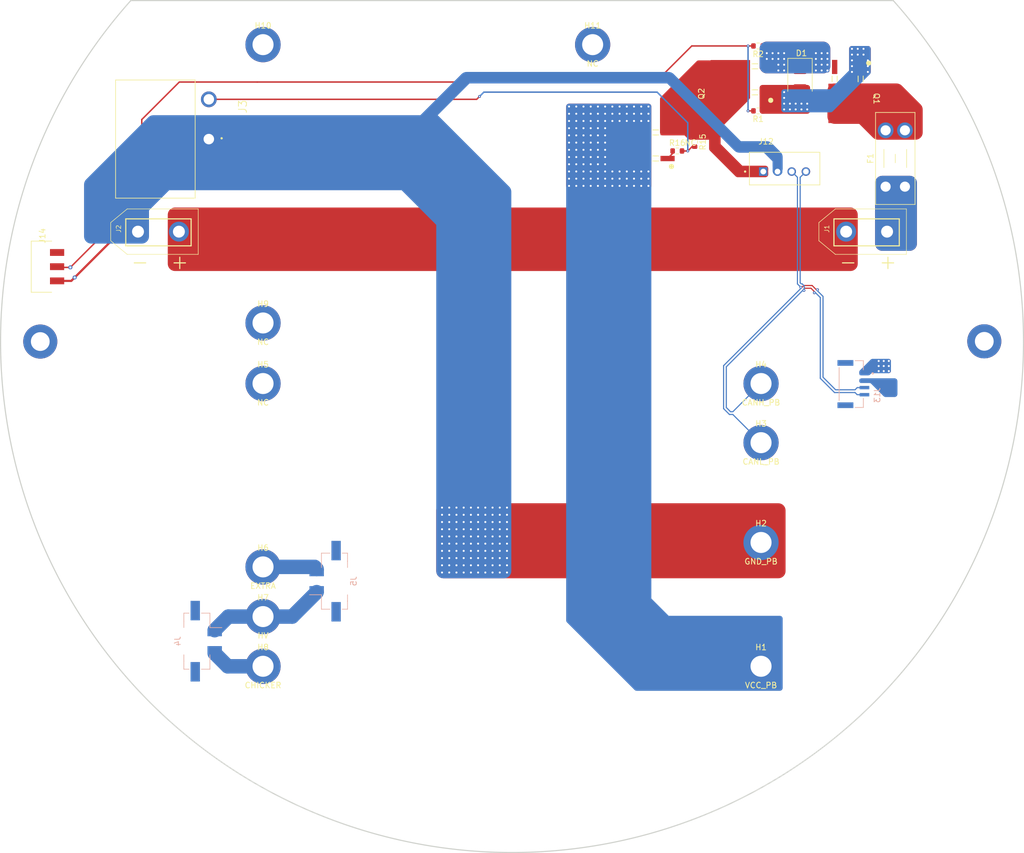
<source format=kicad_pcb>
(kicad_pcb (version 20221018) (generator pcbnew)
  (layers (0 "F.Cu" signal) (31 "B.Cu" signal) (34 "B.Paste" user) (35 "F.Paste" user) (36 "B.SilkS" user "B.Silkscreen") (37 "F.SilkS" user "F.Silkscreen") (38 "B.Mask" user) (39 "F.Mask" user) (44 "Edge.Cuts" user))
  (net 0 "")
  (net 1 "GND")
  (net 2 "/Power Input/VBAT")
  (net 3 "/Power Input/BAT_MID")
  (net 4 "VCC")
  (net 5 "/Power Input/VCC_MID")
  (net 6 "/Power Input/VGATE")
  (net 7 "/Power Input/FUSE_VCC")
  (net 8 "/Power Input/SW")
  (net 9 "EXTRA")
  (net 10 "HV")
  (net 11 "CHICKER")
  (net 20 "CAN-")
  (net 21 "CAN+")
  (net 25 "VCOM")
  (net 26 "/Power Input/SW2")
  (net 27 "/Power Input/VGATE2")
  (footprint "bots:SW_JS102011SAQN" (layer "F.Cu") (at 62.611 55.626 -90)
    (fp_text reference "J14" (at -5.438995 -0.175125 90) (layer "F.SilkS") (effects (font (size 1.000732 1.000732))))
    (fp_text value "JS102011SAQN")
    (pad "" np_thru_hole circle (at -3.4 0 270) (size 1 1) (drill 1) (layers "*.Cu" "*.Mask"))
    (pad "" np_thru_hole circle (at 3.4 0 270) (size 1 1) (drill 1) (layers "*.Cu" "*.Mask"))
    (pad "1" smd rect (at -2.5 -2.75 270) (size 1.2 2.5) (layers "F.Cu" "F.Paste" "F.Mask"))
    (pad "2" smd rect (at 0 -2.75 270) (size 1.2 2.5) (layers "F.Cu" "F.Paste" "F.Mask") (net 8 "/Power Input/SW"))
    (pad "3" smd rect (at 2.5 -2.75 270) (size 1.2 2.5) (layers "F.Cu" "F.Paste" "F.Mask") (net 1 "GND"))
  )
  (footprint "bots:MountingHole_3.3mm_M4" (layer "F.Cu") (at 62.40145 68.81)
    (fp_text reference "H12" hide)
    (fp_text value "SideMountingHole" hide)
    (pad "1" thru_hole circle (at 0 0) (size 6 6) (drill 3.3) (layers "*.Cu" "*.Mask"))
  )
  (footprint "bots:XT60_12-14AWG_POWER" (layer "F.Cu") (at 207.808697 49.459321)
    (fp_text reference "J1" (at -7 -0.5 90) (layer "F.SilkS") (effects (font (size 0.8 0.8) (thickness 0.1))))
    (fp_text value "XT60" hide)
    (pad "1" thru_hole circle (at -3.6 0) (size 3.5 3.5) (drill 2.1) (layers "*.Cu" "*.Mask") (net 3 "/Power Input/BAT_MID"))
    (pad "2" thru_hole circle (at 3.6 0) (size 3.5 3.5) (drill 2.1) (layers "*.Cu" "*.Mask") (net 2 "/Power Input/VBAT"))
  )
  (footprint "bots:Keystone_24929" (layer "F.Cu") (at 101.6 108.484)
    (fp_text reference "H6" (at 0 -3.35) (layer "F.SilkS"))
    (fp_text value "EXTRA" (at 0 3.35) (layer "F.SilkS"))
    (pad "1" thru_hole circle locked (at 0 0) (size 6.2 6.2) (drill 3.7) (layers "*.Cu" "*.Mask") (net 9 "EXTRA"))
  )
  (footprint "bots:Keystone_24929" (layer "F.Cu") (at 159.6009 16.53286)
    (fp_text reference "H11" (at 0 -3.35) (layer "F.SilkS"))
    (fp_text value "NC" (at 0 3.35) (layer "F.SilkS"))
    (pad "1" thru_hole circle locked (at 0 0) (size 6.2 6.2) (drill 3.7) (layers "*.Cu" "*.Mask"))
  )
  (footprint "bots:R_0603_1608Metric" (layer "F.Cu") (at 174.4985 35.25375)
    (fp_text reference "R16" (at 0 -1.43) (layer "F.SilkS"))
    (fp_text value "R_100k")
    (pad "1" smd roundrect (at -0.825 0) (size 0.8 0.95) (layers "F.Cu" "F.Paste" "F.Mask") (net 27 "/Power Input/VGATE2"))
    (pad "2" smd roundrect (at 0.825 0) (size 0.8 0.95) (layers "F.Cu" "F.Paste" "F.Mask") (net 26 "/Power Input/SW2"))
  )
  (footprint "bots:DPAK-3_ONS" (layer "F.Cu") (at 183.8325 22.6325 90)
    (fp_text reference "Q2" (at -2.54 -5.08 90 unlocked) (layer "F.SilkS"))
    (fp_text value "MCU60P04-TP")
    (pad "1" smd rect (at -2.290001 6.4135 90) (size 0.9398 2.4892) (layers "F.Cu" "F.Paste" "F.Mask") (net 6 "/Power Input/VGATE"))
    (pad "2" smd rect (at 0 0 90) (size 6.7818 6.9342) (layers "F.Cu" "F.Paste" "F.Mask") (net 25 "VCOM"))
    (pad "3" smd rect (at 2.290001 6.4135 90) (size 0.9398 2.4892) (layers "F.Cu" "F.Paste" "F.Mask") (net 5 "/Power Input/VCC_MID"))
  )
  (footprint "bots:Keystone_24929" (layer "F.Cu") (at 101.6 16.53286)
    (fp_text reference "H10" (at 0 -3.35) (layer "F.SilkS"))
    (fp_text value "NC" (at 75.2348 17.27988 180) (layer "F.SilkS"))
    (pad "1" thru_hole circle locked (at 0 0) (size 6.2 6.2) (drill 3.7) (layers "*.Cu" "*.Mask"))
  )
  (footprint "bots:Keystone_24929" (layer "F.Cu") (at 189.23 125.984)
    (fp_text reference "H1" (at 0 -3.35) (layer "F.SilkS"))
    (fp_text value "VCC_PB" (at 0 3.35) (layer "F.SilkS"))
    (pad "1" thru_hole circle locked (at 0 0) (size 6.2 6.2) (drill 3.7) (layers "*.Cu" "*.Mask") (net 4 "VCC"))
  )
  (footprint "bots:XT60_12-14AWG_POWER" (layer "F.Cu") (at 83.196621 49.459321)
    (fp_text reference "J2" (at -7 -0.5 90) (layer "F.SilkS") (effects (font (size 0.8 0.8) (thickness 0.1))))
    (fp_text value "XT60" hide)
    (pad "1" thru_hole circle (at -3.6 0) (size 3.5 3.5) (drill 2.1) (layers "*.Cu" "*.Mask") (net 1 "GND"))
    (pad "2" thru_hole circle (at 3.6 0) (size 3.5 3.5) (drill 2.1) (layers "*.Cu" "*.Mask") (net 3 "/Power Input/BAT_MID"))
  )
  (footprint "bots:SW_R1966ABLKBLKGR" (layer "F.Cu") (at 92.0605 33.162 -90)
    (fp_text reference "J3" (at -5.715 -5.969 90) (layer "F.SilkS") (effects (font (size 1.4 1.4))))
    (fp_text value "R1966ABLKBLKGR")
    (pad "1" thru_hole rect (at 0 0 270) (size 2.775 2.775) (drill 1.85) (layers "*.Cu" "*.Mask") (net 1 "GND"))
    (pad "2" thru_hole circle (at -7 0 270) (size 2.775 2.775) (drill 1.85) (layers "*.Cu" "*.Mask") (net 26 "/Power Input/SW2"))
  )
  (footprint "bots:Keystone_24929" (layer "F.Cu") (at 101.6 65.53708)
    (fp_text reference "H9" (at 0 -3.35) (layer "F.SilkS"))
    (fp_text value "NC" (at 0 3.35) (layer "F.SilkS"))
    (pad "1" thru_hole circle locked (at 0 0) (size 6.2 6.2) (drill 3.7) (layers "*.Cu" "*.Mask"))
  )
  (footprint "bots:D_SMB" (layer "F.Cu") (at 196.088 22.606 -90)
    (fp_text reference "D1" (at -4.572 -0.254 -180) (layer "F.SilkS"))
    (fp_text value "SMAZ12-13F")
    (pad "1" smd roundrect (at -2.15 0 270) (size 2.5 2.3) (layers "F.Cu" "F.Paste" "F.Mask") (roundrect_rratio 0.1086956522) (net 5 "/Power Input/VCC_MID"))
    (pad "2" smd roundrect (at 2.15 0 270) (size 2.5 2.3) (layers "F.Cu" "F.Paste" "F.Mask") (roundrect_rratio 0.1086956522) (net 6 "/Power Input/VGATE"))
  )
  (footprint "bots:DPAK-3_ONS" (layer "F.Cu") (at 204.474001 26.8743 180)
    (fp_text reference "Q1" (at -5.075999 0.8255 270 unlocked) (layer "F.SilkS"))
    (fp_text value "MCU60P04-TP")
    (pad "1" smd rect (at -2.290001 6.4135 180) (size 0.9398 2.4892) (layers "F.Cu" "F.Paste" "F.Mask") (net 6 "/Power Input/VGATE"))
    (pad "2" smd rect (at 0 0 180) (size 6.7818 6.9342) (layers "F.Cu" "F.Paste" "F.Mask") (net 7 "/Power Input/FUSE_VCC"))
    (pad "3" smd rect (at 2.290001 6.4135 180) (size 0.9398 2.4892) (layers "F.Cu" "F.Paste" "F.Mask") (net 5 "/Power Input/VCC_MID"))
  )
  (footprint "bots:Keystone_24929" (layer "F.Cu") (at 101.6 125.984)
    (fp_text reference "H8" (at 0 -3.35) (layer "F.SilkS"))
    (fp_text value "CHICKER" (at 0 3.35) (layer "F.SilkS"))
    (pad "1" thru_hole circle locked (at 0 0) (size 6.2 6.2) (drill 3.7) (layers "*.Cu" "*.Mask") (net 11 "CHICKER"))
  )
  (footprint "bots:Keystone_24929" (layer "F.Cu") (at 101.6 117.234)
    (fp_text reference "H7" (at 0 -3.35) (layer "F.SilkS"))
    (fp_text value "HV" (at 0 3.35) (layer "F.SilkS"))
    (pad "1" thru_hole circle locked (at 0 0) (size 6.2 6.2) (drill 3.7) (layers "*.Cu" "*.Mask") (net 10 "HV"))
  )
  (footprint "bots:DPAK-3_ONS" (layer "F.Cu") (at 166.37 34.29 90)
    (fp_text reference "Q3" hide)
    (fp_text value "MCU60P04-TP")
    (pad "1" smd rect (at -2.290001 6.4135 90) (size 0.9398 2.4892) (layers "F.Cu" "F.Paste" "F.Mask") (net 27 "/Power Input/VGATE2"))
    (pad "2" smd rect (at 0 0 90) (size 6.7818 6.9342) (layers "F.Cu" "F.Paste" "F.Mask") (net 4 "VCC"))
    (pad "3" smd rect (at 2.290001 6.4135 90) (size 0.9398 2.4892) (layers "F.Cu" "F.Paste" "F.Mask") (net 25 "VCOM"))
  )
  (footprint "bots:R_0603_1608Metric" (layer "F.Cu") (at 188.722 16.764 180)
    (fp_text reference "R2" (at 0 -1.43) (layer "F.SilkS"))
    (fp_text value "R_100k")
    (pad "1" smd roundrect (at -0.825 0 180) (size 0.8 0.95) (layers "F.Cu" "F.Paste" "F.Mask") (net 5 "/Power Input/VCC_MID"))
    (pad "2" smd roundrect (at 0.825 0 180) (size 0.8 0.95) (layers "F.Cu" "F.Paste" "F.Mask") (net 8 "/Power Input/SW"))
  )
  (footprint "bots:Fuseholder_Blade_Mini_Keystone_3568" (layer "F.Cu") (at 211.152 41.536 90)
    (fp_text reference "F1" (at 4.96 -2.67 90) (layer "F.SilkS"))
    (fp_text value "3568")
    (pad "1" thru_hole circle (at 0 0 90) (size 2.78 2.78) (drill 1.78) (layers "*.Cu" "*.Mask") (net 2 "/Power Input/VBAT"))
    (pad "1" thru_hole circle (at 0 3.4 90) (size 2.78 2.78) (drill 1.78) (layers "*.Cu" "*.Mask") (net 2 "/Power Input/VBAT"))
    (pad "2" thru_hole circle (at 9.92 0 90) (size 2.78 2.78) (drill 1.78) (layers "*.Cu" "*.Mask") (net 7 "/Power Input/FUSE_VCC"))
    (pad "2" thru_hole circle (at 9.92 3.4 90) (size 2.78 2.78) (drill 1.78) (layers "*.Cu" "*.Mask") (net 7 "/Power Input/FUSE_VCC"))
  )
  (footprint "bots:Keystone_24929" (layer "F.Cu") (at 189.23 86.614)
    (fp_text reference "H3" (at 0 -3.35) (layer "F.SilkS"))
    (fp_text value "CANL_PB" (at 0 3.35) (layer "F.SilkS"))
    (pad "1" thru_hole circle locked (at 0 0) (size 6.2 6.2) (drill 3.7) (layers "*.Cu" "*.Mask") (net 20 "CAN-"))
  )
  (footprint "bots:Keystone_24929" (layer "F.Cu") (at 189.23 76.2)
    (fp_text reference "H4" (at 0 -3.35) (layer "F.SilkS"))
    (fp_text value "CANH_PB" (at 0 3.35) (layer "F.SilkS"))
    (pad "1" thru_hole circle locked (at 0 0) (size 6.2 6.2) (drill 3.7) (layers "*.Cu" "*.Mask") (net 21 "CAN+"))
  )
  (footprint "bots:MountingHole_3.3mm_M4" (layer "F.Cu") (at 228.514 68.77)
    (fp_text reference "H13" hide)
    (fp_text value "SideMountingHole" hide)
    (pad "1" thru_hole circle locked (at 0 0) (size 6 6) (drill 3.3) (layers "*.Cu" "*.Mask"))
  )
  (footprint "bots:R_0603_1608Metric" (layer "F.Cu") (at 177.5465 33.66675 -90)
    (fp_text reference "R15" (at 0 -1.43 90) (layer "F.SilkS"))
    (fp_text value "R_100k")
    (pad "1" smd roundrect (at -0.825 0 270) (size 0.8 0.95) (layers "F.Cu" "F.Paste" "F.Mask") (net 25 "VCOM"))
    (pad "2" smd roundrect (at 0.825 0 270) (size 0.8 0.95) (layers "F.Cu" "F.Paste" "F.Mask") (net 26 "/Power Input/SW2"))
  )
  (footprint "bots:R_0603_1608Metric" (layer "F.Cu") (at 188.722 28.194 180)
    (fp_text reference "R1" (at 0 -1.43) (layer "F.SilkS"))
    (fp_text value "R_100k")
    (pad "1" smd roundrect (at -0.825 0 180) (size 0.8 0.95) (layers "F.Cu" "F.Paste" "F.Mask") (net 6 "/Power Input/VGATE"))
    (pad "2" smd roundrect (at 0.825 0 180) (size 0.8 0.95) (layers "F.Cu" "F.Paste" "F.Mask") (net 8 "/Power Input/SW"))
  )
  (footprint "bots:JST_B4B-XH-A" (layer "F.Cu") (at 192.1275 38.354)
    (fp_text reference "J12" (at -2.025 -4.76) (layer "F.SilkS"))
    (fp_text value "JST_B4B-XH-A")
    (pad "1" thru_hole rect (at -2.5 0.525) (size 1.508 1.508) (drill 1) (layers "*.Cu" "*.Mask") (net 25 "VCOM"))
    (pad "2" thru_hole circle (at 0 0.525) (size 1.508 1.508) (drill 1) (layers "*.Cu" "*.Mask") (net 1 "GND"))
    (pad "3" thru_hole circle (at 2.5 0.525) (size 1.508 1.508) (drill 1) (layers "*.Cu" "*.Mask") (net 20 "CAN-"))
    (pad "4" thru_hole circle (at 5 0.525) (size 1.508 1.508) (drill 1) (layers "*.Cu" "*.Mask") (net 21 "CAN+"))
  )
  (footprint "bots:Keystone_24929" (layer "F.Cu") (at 189.23 104.184)
    (fp_text reference "H2" (at 0 -3.35) (layer "F.SilkS"))
    (fp_text value "GND_PB" (at 0 3.35) (layer "F.SilkS"))
    (pad "1" thru_hole circle locked (at 0 0) (size 6.2 6.2) (drill 3.7) (layers "*.Cu" "*.Mask") (net 1 "GND"))
  )
  (footprint "bots:Keystone_24929" (layer "F.Cu") (at 101.6 76.2)
    (fp_text reference "H5" (at 0 -3.35) (layer "F.SilkS"))
    (fp_text value "NC" (at 0 3.35) (layer "F.SilkS"))
    (pad "1" thru_hole circle locked (at 0 0) (size 6.2 6.2) (drill 3.7) (layers "*.Cu" "*.Mask"))
  )
  (footprint "bots:Molex_Micro-Fit_3.0_43650-0224_1x02-1MP_P3.00mm_Vertical" (layer "B.Cu") (at 89.956 121.563 -90)
    (fp_text reference "J4" (at 0 3.38 90) (layer "B.SilkS") (effects (justify mirror)))
    (fp_text value "Molex MicroFit 1x2_SMD")
    (pad "1" smd rect (at -1.5 -3.135 270) (size 1.27 2.54) (layers "B.Cu" "B.Paste" "B.Mask") (net 10 "HV"))
    (pad "2" smd rect (at 1.5 -3.135 270) (size 1.27 2.54) (layers "B.Cu" "B.Paste" "B.Mask") (net 11 "CHICKER"))
    (pad "MP1" smd rect (at -5.385 0.285 270) (size 3.43 1.65) (layers "B.Cu" "B.Paste" "B.Mask"))
    (pad "MP2" smd rect (at 5.385 0.285 270) (size 3.43 1.65) (layers "B.Cu" "B.Paste" "B.Mask"))
  )
  (footprint "bots:JST_BM04B-GHS-TBT" (layer "B.Cu") (at 204.0775 76.294 90)
    (fp_text reference "J13" (at -1.96 5.608 90) (layer "B.SilkS") (effects (justify mirror)))
    (fp_text value "JST_BM04B-GHS-TBT")
    (pad "1" smd rect (at 1.875 3.35) (size 1.7 0.6) (layers "B.Cu" "B.Paste" "B.Mask") (net 4 "VCC"))
    (pad "2" smd rect (at 0.625 3.35) (size 1.7 0.6) (layers "B.Cu" "B.Paste" "B.Mask") (net 1 "GND"))
    (pad "3" smd rect (at -0.625 3.35) (size 1.7 0.6) (layers "B.Cu" "B.Paste" "B.Mask") (net 20 "CAN-"))
    (pad "4" smd rect (at -1.875 3.35) (size 1.7 0.6) (layers "B.Cu" "B.Paste" "B.Mask") (net 21 "CAN+"))
    (pad "S1" smd rect (at -3.725 0 180) (size 2.8 1) (layers "B.Cu" "B.Paste" "B.Mask"))
    (pad "S2" smd rect (at 3.725 0 180) (size 2.8 1) (layers "B.Cu" "B.Paste" "B.Mask"))
  )
  (footprint "bots:Molex_Micro-Fit_3.0_43650-0224_1x02-1MP_P3.00mm_Vertical" (layer "B.Cu") (at 114.173 110.998 90)
    (fp_text reference "J5" (at 0 3.38 90) (layer "B.SilkS") (effects (justify mirror)))
    (fp_text value "Molex MicroFit 1x2_SMD")
    (pad "1" smd rect (at -1.5 -3.135 90) (size 1.27 2.54) (layers "B.Cu" "B.Paste" "B.Mask") (net 10 "HV"))
    (pad "2" smd rect (at 1.5 -3.135 90) (size 1.27 2.54) (layers "B.Cu" "B.Paste" "B.Mask") (net 9 "EXTRA"))
    (pad "MP1" smd rect (at -5.385 0.285 90) (size 3.43 1.65) (layers "B.Cu" "B.Paste" "B.Mask"))
    (pad "MP2" smd rect (at 5.385 0.285 90) (size 3.43 1.65) (layers "B.Cu" "B.Paste" "B.Mask"))
  )
  (gr_arc (start 212.497039 8.772278) (mid 145.415 158.772278) (end 78.332961 8.772278) (stroke (width 0.2)) (layer "Edge.Cuts"))
  (gr_line (start 78.332961 8.772278) (end 212.497039 8.772278) (stroke (width 0.2)) (layer "Edge.Cuts"))
  (segment (start 67.858 58.126) (end 65.361 58.126) (width 0.381) (layer "F.Cu") (net 1))
  (segment (start 76.524679 49.459321) (end 79.596621 49.459321) (width 0.381) (layer "F.Cu") (net 1))
  (segment (start 68.453 57.531) (end 76.524679 49.459321) (width 0.381) (layer "F.Cu") (net 1))
  (segment (start 68.453 57.531) (end 67.858 58.126) (width 0.381) (layer "F.Cu") (net 1))
  (via (at 133.096 104.394) (size 0.7) (drill 0.35) (layers "F.Cu" "B.Cu") (net 1))
  (via (at 134.366 106.934) (size 0.7) (drill 0.35) (layers "F.Cu" "B.Cu") (net 1))
  (via (at 141.986 104.394) (size 0.7) (drill 0.35) (layers "F.Cu" "B.Cu") (net 1))
  (via (at 136.906 104.394) (size 0.7) (drill 0.35) (layers "F.Cu" "B.Cu") (net 1))
  (via (at 136.906 99.314) (size 0.7) (drill 0.35) (layers "F.Cu" "B.Cu") (net 1))
  (via (at 133.096 99.314) (size 0.7) (drill 0.35) (layers "F.Cu" "B.Cu") (net 1))
  (via (at 138.176 109.474) (size 0.7) (drill 0.35) (layers "F.Cu" "B.Cu") (net 1))
  (via (at 143.256 103.124) (size 0.7) (drill 0.35) (layers "F.Cu" "B.Cu") (net 1))
  (via (at 144.526 109.474) (size 0.7) (drill 0.35) (layers "F.Cu" "B.Cu") (net 1))
  (via (at 135.636 105.664) (size 0.7) (drill 0.35) (layers "F.Cu" "B.Cu") (net 1))
  (via (at 135.636 109.474) (size 0.7) (drill 0.35) (layers "F.Cu" "B.Cu") (net 1))
  (via (at 133.096 108.204) (size 0.7) (drill 0.35) (layers "F.Cu" "B.Cu") (net 1))
  (via (at 138.176 104.394) (size 0.7) (drill 0.35) (layers "F.Cu" "B.Cu") (net 1))
  (via (at 134.366 105.664) (size 0.7) (drill 0.35) (layers "F.Cu" "B.Cu") (net 1))
  (via (at 143.256 101.854) (size 0.7) (drill 0.35) (layers "F.Cu" "B.Cu") (net 1))
  (via (at 139.446 105.664) (size 0.7) (drill 0.35) (layers "F.Cu" "B.Cu") (net 1))
  (via (at 138.176 98.044) (size 0.7) (drill 0.35) (layers "F.Cu" "B.Cu") (net 1))
  (via (at 139.446 106.934) (size 0.7) (drill 0.35) (layers "F.Cu" "B.Cu") (net 1))
  (via (at 140.716 108.204) (size 0.7) (drill 0.35) (layers "F.Cu" "B.Cu") (net 1))
  (via (at 138.176 105.664) (size 0.7) (drill 0.35) (layers "F.Cu" "B.Cu") (net 1))
  (via (at 139.446 104.394) (size 0.7) (drill 0.35) (layers "F.Cu" "B.Cu") (net 1))
  (via (at 140.716 105.664) (size 0.7) (drill 0.35) (layers "F.Cu" "B.Cu") (net 1))
  (via (at 144.526 101.854) (size 0.7) (drill 0.35) (layers "F.Cu" "B.Cu") (net 1))
  (via (at 136.906 109.474) (size 0.7) (drill 0.35) (layers "F.Cu" "B.Cu") (net 1))
  (via (at 140.716 109.474) (size 0.7) (drill 0.35) (layers "F.Cu" "B.Cu") (net 1))
  (via (at 133.096 101.854) (size 0.7) (drill 0.35) (layers "F.Cu" "B.Cu") (net 1))
  (via (at 139.446 108.204) (size 0.7) (drill 0.35) (layers "F.Cu" "B.Cu") (net 1))
  (via (at 133.096 103.124) (size 0.7) (drill 0.35) (layers "F.Cu" "B.Cu") (net 1))
  (via (at 141.986 101.854) (size 0.7) (drill 0.35) (layers "F.Cu" "B.Cu") (net 1))
  (via (at 136.906 106.934) (size 0.7) (drill 0.35) (layers "F.Cu" "B.Cu") (net 1))
  (via (at 143.256 100.584) (size 0.7) (drill 0.35) (layers "F.Cu" "B.Cu") (net 1))
  (via (at 133.096 100.584) (size 0.7) (drill 0.35) (layers "F.Cu" "B.Cu") (net 1))
  (via (at 135.636 108.204) (size 0.7) (drill 0.35) (layers "F.Cu" "B.Cu") (net 1))
  (via (at 143.256 104.394) (size 0.7) (drill 0.35) (layers "F.Cu" "B.Cu") (net 1))
  (via (at 138.176 106.934) (size 0.7) (drill 0.35) (layers "F.Cu" "B.Cu") (net 1))
  (via (at 139.446 99.314) (size 0.7) (drill 0.35) (layers "F.Cu" "B.Cu") (net 1))
  (via (at 140.716 103.124) (size 0.7) (drill 0.35) (layers "F.Cu" "B.Cu") (net 1))
  (via (at 143.256 106.934) (size 0.7) (drill 0.35) (layers "F.Cu" "B.Cu") (net 1))
  (via (at 136.906 103.124) (size 0.7) (drill 0.35) (layers "F.Cu" "B.Cu") (net 1))
  (via (at 141.986 108.204) (size 0.7) (drill 0.35) (layers "F.Cu" "B.Cu") (net 1))
  (via (at 140.716 100.584) (size 0.7) (drill 0.35) (layers "F.Cu" "B.Cu") (net 1))
  (via (at 133.096 105.664) (size 0.7) (drill 0.35) (layers "F.Cu" "B.Cu") (net 1))
  (via (at 141.986 105.664) (size 0.7) (drill 0.35) (layers "F.Cu" "B.Cu") (net 1))
  (via (at 143.256 99.314) (size 0.7) (drill 0.35) (layers "F.Cu" "B.Cu") (net 1))
  (via (at 143.256 105.664) (size 0.7) (drill 0.35) (layers "F.Cu" "B.Cu") (net 1))
  (via (at 135.636 103.124) (size 0.7) (drill 0.35) (layers "F.Cu" "B.Cu") (net 1))
  (via (at 144.526 104.394) (size 0.7) (drill 0.35) (layers "F.Cu" "B.Cu") (net 1))
  (via (at 134.366 101.854) (size 0.7) (drill 0.35) (layers "F.Cu" "B.Cu") (net 1))
  (via (at 141.986 98.044) (size 0.7) (drill 0.35) (layers "F.Cu" "B.Cu") (net 1))
  (via (at 140.716 104.394) (size 0.7) (drill 0.35) (layers "F.Cu" "B.Cu") (net 1))
  (via (at 138.176 103.124) (size 0.7) (drill 0.35) (layers "F.Cu" "B.Cu") (net 1))
  (via (at 134.366 100.584) (size 0.7) (drill 0.35) (layers "F.Cu" "B.Cu") (net 1))
  (via (at 135.636 101.854) (size 0.7) (drill 0.35) (layers "F.Cu" "B.Cu") (net 1))
  (via (at 141.986 99.314) (size 0.7) (drill 0.35) (layers "F.Cu" "B.Cu") (net 1))
  (via (at 139.446 101.854) (size 0.7) (drill 0.35) (layers "F.Cu" "B.Cu") (net 1))
  (via (at 135.636 104.394) (size 0.7) (drill 0.35) (layers "F.Cu" "B.Cu") (net 1))
  (via (at 139.446 103.124) (size 0.7) (drill 0.35) (layers "F.Cu" "B.Cu") (net 1))
  (via (at 141.986 100.584) (size 0.7) (drill 0.35) (layers "F.Cu" "B.Cu") (net 1))
  (via (at 141.986 106.934) (size 0.7) (drill 0.35) (layers "F.Cu" "B.Cu") (net 1))
  (via (at 143.256 98.044) (size 0.7) (drill 0.35) (layers "F.Cu" "B.Cu") (net 1))
  (via (at 136.906 108.204) (size 0.7) (drill 0.35) (layers "F.Cu" "B.Cu") (net 1))
  (via (at 135.636 106.934) (size 0.7) (drill 0.35) (layers "F.Cu" "B.Cu") (net 1))
  (via (at 141.986 109.474) (size 0.7) (drill 0.35) (layers "F.Cu" "B.Cu") (net 1))
  (via (at 134.366 104.394) (size 0.7) (drill 0.35) (layers "F.Cu" "B.Cu") (net 1))
  (via (at 138.176 101.854) (size 0.7) (drill 0.35) (layers "F.Cu" "B.Cu") (net 1))
  (via (at 133.096 109.474) (size 0.7) (drill 0.35) (layers "F.Cu" "B.Cu") (net 1))
  (via (at 143.256 109.474) (size 0.7) (drill 0.35) (layers "F.Cu" "B.Cu") (net 1))
  (via (at 144.526 100.584) (size 0.7) (drill 0.35) (layers "F.Cu" "B.Cu") (net 1))
  (via (at 143.256 108.204) (size 0.7) (drill 0.35) (layers "F.Cu" "B.Cu") (net 1))
  (via (at 144.526 105.664) (size 0.7) (drill 0.35) (layers "F.Cu" "B.Cu") (net 1))
  (via (at 134.366 103.124) (size 0.7) (drill 0.35) (layers "F.Cu" "B.Cu") (net 1))
  (via (at 135.636 100.584) (size 0.7) (drill 0.35) (layers "F.Cu" "B.Cu") (net 1))
  (via (at 140.716 101.854) (size 0.7) (drill 0.35) (layers "F.Cu" "B.Cu") (net 1))
  (via (at 136.906 105.664) (size 0.7) (drill 0.35) (layers "F.Cu" "B.Cu") (net 1))
  (via (at 138.176 99.314) (size 0.7) (drill 0.35) (layers "F.Cu" "B.Cu") (net 1))
  (via (at 133.096 98.044) (size 0.7) (drill 0.35) (layers "F.Cu" "B.Cu") (net 1))
  (via (at 140.716 99.314) (size 0.7) (drill 0.35) (layers "F.Cu" "B.Cu") (net 1))
  (via (at 133.096 106.934) (size 0.7) (drill 0.35) (layers "F.Cu" "B.Cu") (net 1))
  (via (at 139.446 98.044) (size 0.7) (drill 0.35) (layers "F.Cu" "B.Cu") (net 1))
  (via (at 136.906 101.854) (size 0.7) (drill 0.35) (layers "F.Cu" "B.Cu") (net 1))
  (via (at 144.526 106.934) (size 0.7) (drill 0.35) (layers "F.Cu" "B.Cu") (net 1))
  (via (at 144.526 98.044) (size 0.7) (drill 0.35) (layers "F.Cu" "B.Cu") (net 1))
  (via (at 134.366 98.044) (size 0.7) (drill 0.35) (layers "F.Cu" "B.Cu") (net 1))
  (via (at 140.716 106.934) (size 0.7) (drill 0.35) (layers "F.Cu" "B.Cu") (net 1))
  (via (at 134.366 108.204) (size 0.7) (drill 0.35) (layers "F.Cu" "B.Cu") (net 1))
  (via (at 135.636 98.044) (size 0.7) (drill 0.35) (layers "F.Cu" "B.Cu") (net 1))
  (via (at 144.526 99.314) (size 0.7) (drill 0.35) (layers "F.Cu" "B.Cu") (net 1))
  (via (at 139.446 100.584) (size 0.7) (drill 0.35) (layers "F.Cu" "B.Cu") (net 1))
  (via (at 136.906 100.584) (size 0.7) (drill 0.35) (layers "F.Cu" "B.Cu") (net 1))
  (via (at 134.366 109.474) (size 0.7) (drill 0.35) (layers "F.Cu" "B.Cu") (net 1))
  (via (at 138.176 108.204) (size 0.7) (drill 0.35) (layers "F.Cu" "B.Cu") (net 1))
  (via (at 138.176 100.584) (size 0.7) (drill 0.35) (layers "F.Cu" "B.Cu") (net 1))
  (via (at 68.453 57.531) (size 0.7) (drill 0.35) (layers "F.Cu" "B.Cu") (net 1))
  (via (at 135.636 99.314) (size 0.7) (drill 0.35) (layers "F.Cu" "B.Cu") (net 1))
  (via (at 144.526 108.204) (size 0.7) (drill 0.35) (layers "F.Cu" "B.Cu") (net 1))
  (via (at 144.526 103.124) (size 0.7) (drill 0.35) (layers "F.Cu" "B.Cu") (net 1))
  (via (at 139.446 109.474) (size 0.7) (drill 0.35) (layers "F.Cu" "B.Cu") (net 1))
  (via (at 141.986 103.124) (size 0.7) (drill 0.35) (layers "F.Cu" "B.Cu") (net 1))
  (via (at 140.716 98.044) (size 0.7) (drill 0.35) (layers "F.Cu" "B.Cu") (net 1))
  (via (at 134.366 99.314) (size 0.7) (drill 0.35) (layers "F.Cu" "B.Cu") (net 1))
  (via (at 136.906 98.044) (size 0.7) (drill 0.35) (layers "F.Cu" "B.Cu") (net 1))
  (via (at 169.418 27.432) (size 0.7) (drill 0.35) (layers "F.Cu" "B.Cu") (net 4))
  (via (at 160.528 33.782) (size 0.7) (drill 0.35) (layers "F.Cu" "B.Cu") (net 4))
  (via (at 157.988 33.782) (size 0.7) (drill 0.35) (layers "F.Cu" "B.Cu") (net 4))
  (via (at 163.068 40.132) (size 0.7) (drill 0.35) (layers "F.Cu" "B.Cu") (net 4))
  (via (at 164.338 41.402) (size 0.7) (drill 0.35) (layers "F.Cu" "B.Cu") (net 4))
  (via (at 157.988 37.592) (size 0.7) (drill 0.35) (layers "F.Cu" "B.Cu") (net 4))
  (via (at 169.418 41.402) (size 0.7) (drill 0.35) (layers "F.Cu" "B.Cu") (net 4))
  (via (at 211.709 74.008) (size 0.7) (drill 0.35) (layers "F.Cu" "B.Cu") (net 4))
  (via (at 161.798 35.052) (size 0.7) (drill 0.35) (layers "F.Cu" "B.Cu") (net 4))
  (via (at 159.258 36.322) (size 0.7) (drill 0.35) (layers "F.Cu" "B.Cu") (net 4))
  (via (at 160.528 40.132) (size 0.7) (drill 0.35) (layers "F.Cu" "B.Cu") (net 4))
  (via (at 155.448 36.322) (size 0.7) (drill 0.35) (layers "F.Cu" "B.Cu") (net 4))
  (via (at 164.338 27.432) (size 0.7) (drill 0.35) (layers "F.Cu" "B.Cu") (net 4))
  (via (at 160.528 31.242) (size 0.7) (drill 0.35) (layers "F.Cu" "B.Cu") (net 4))
  (via (at 164.338 38.862) (size 0.7) (drill 0.35) (layers "F.Cu" "B.Cu") (net 4))
  (via (at 166.878 40.132) (size 0.7) (drill 0.35) (layers "F.Cu" "B.Cu") (net 4))
  (via (at 159.258 33.782) (size 0.7) (drill 0.35) (layers "F.Cu" "B.Cu") (net 4))
  (via (at 168.148 29.972) (size 0.7) (drill 0.35) (layers "F.Cu" "B.Cu") (net 4))
  (via (at 164.338 28.702) (size 0.7) (drill 0.35) (layers "F.Cu" "B.Cu") (net 4))
  (via (at 157.988 29.972) (size 0.7) (drill 0.35) (layers "F.Cu" "B.Cu") (net 4))
  (via (at 169.418 28.702) (size 0.7) (drill 0.35) (layers "F.Cu" "B.Cu") (net 4))
  (via (at 210.82 73.119) (size 0.7) (drill 0.35) (layers "F.Cu" "B.Cu") (net 4))
  (via (at 155.448 27.432) (size 0.7) (drill 0.35) (layers "F.Cu" "B.Cu") (net 4))
  (via (at 161.798 36.322) (size 0.7) (drill 0.35) (layers "F.Cu" "B.Cu") (net 4))
  (via (at 161.798 27.432) (size 0.7) (drill 0.35) (layers "F.Cu" "B.Cu") (net 4))
  (via (at 163.068 41.402) (size 0.7) (drill 0.35) (layers "F.Cu" "B.Cu") (net 4))
  (via (at 163.068 38.862) (size 0.7) (drill 0.35) (layers "F.Cu" "B.Cu") (net 4))
  (via (at 169.418 29.972) (size 0.7) (drill 0.35) (layers "F.Cu" "B.Cu") (net 4))
  (via (at 164.338 29.972) (size 0.7) (drill 0.35) (layers "F.Cu" "B.Cu") (net 4))
  (via (at 159.258 28.702) (size 0.7) (drill 0.35) (layers "F.Cu" "B.Cu") (net 4))
  (via (at 166.878 38.862) (size 0.7) (drill 0.35) (layers "F.Cu" "B.Cu") (net 4))
  (via (at 159.258 32.512) (size 0.7) (drill 0.35) (layers "F.Cu" "B.Cu") (net 4))
  (via (at 163.068 29.972) (size 0.7) (drill 0.35) (layers "F.Cu" "B.Cu") (net 4))
  (via (at 160.528 28.702) (size 0.7) (drill 0.35) (layers "F.Cu" "B.Cu") (net 4))
  (via (at 163.068 27.432) (size 0.7) (drill 0.35) (layers "F.Cu" "B.Cu") (net 4))
  (via (at 159.258 41.402) (size 0.7) (drill 0.35) (layers "F.Cu" "B.Cu") (net 4))
  (via (at 209.931 73.119) (size 0.7) (drill 0.35) (layers "F.Cu" "B.Cu") (net 4))
  (via (at 165.608 38.862) (size 0.7) (drill 0.35) (layers "F.Cu" "B.Cu") (net 4))
  (via (at 161.798 40.132) (size 0.7) (drill 0.35) (layers "F.Cu" "B.Cu") (net 4))
  (via (at 165.608 27.432) (size 0.7) (drill 0.35) (layers "F.Cu" "B.Cu") (net 4))
  (via (at 155.448 29.972) (size 0.7) (drill 0.35) (layers "F.Cu" "B.Cu") (net 4))
  (via (at 168.148 41.402) (size 0.7) (drill 0.35) (layers "F.Cu" "B.Cu") (net 4))
  (via (at 161.798 33.782) (size 0.7) (drill 0.35) (layers "F.Cu" "B.Cu") (net 4))
  (via (at 159.258 38.862) (size 0.7) (drill 0.35) (layers "F.Cu" "B.Cu") (net 4))
  (via (at 165.608 28.702) (size 0.7) (drill 0.35) (layers "F.Cu" "B.Cu") (net 4))
  (via (at 169.418 38.862) (size 0.7) (drill 0.35) (layers "F.Cu" "B.Cu") (net 4))
  (via (at 156.718 29.972) (size 0.7) (drill 0.35) (layers "F.Cu" "B.Cu") (net 4))
  (via (at 166.878 29.972) (size 0.7) (drill 0.35) (layers "F.Cu" "B.Cu") (net 4))
  (via (at 156.718 32.512) (size 0.7) (drill 0.35) (layers "F.Cu" "B.Cu") (net 4))
  (via (at 164.338 40.132) (size 0.7) (drill 0.35) (layers "F.Cu" "B.Cu") (net 4))
  (via (at 157.988 35.052) (size 0.7) (drill 0.35) (layers "F.Cu" "B.Cu") (net 4))
  (via (at 163.068 28.702) (size 0.7) (drill 0.35) (layers "F.Cu" "B.Cu") (net 4))
  (via (at 155.448 32.512) (size 0.7) (drill 0.35) (layers "F.Cu" "B.Cu") (net 4))
  (via (at 160.528 36.322) (size 0.7) (drill 0.35) (layers "F.Cu" "B.Cu") (net 4))
  (via (at 156.718 35.052) (size 0.7) (drill 0.35) (layers "F.Cu" "B.Cu") (net 4))
  (via (at 159.258 27.432) (size 0.7) (drill 0.35) (layers "F.Cu" "B.Cu") (net 4))
  (via (at 155.448 41.402) (size 0.7) (drill 0.35) (layers "F.Cu" "B.Cu") (net 4))
  (via (at 211.709 73.119) (size 0.7) (drill 0.35) (layers "F.Cu" "B.Cu") (net 4))
  (via (at 157.988 38.862) (size 0.7) (drill 0.35) (layers "F.Cu" "B.Cu") (net 4))
  (via (at 156.718 37.592) (size 0.7) (drill 0.35) (layers "F.Cu" "B.Cu") (net 4))
  (via (at 156.718 31.242) (size 0.7) (drill 0.35) (layers "F.Cu" "B.Cu") (net 4))
  (via (at 168.148 38.862) (size 0.7) (drill 0.35) (layers "F.Cu" "B.Cu") (net 4))
  (via (at 161.798 38.862) (size 0.7) (drill 0.35) (layers "F.Cu" "B.Cu") (net 4))
  (via (at 210.82 74.008) (size 0.7) (drill 0.35) (layers "F.Cu" "B.Cu") (net 4))
  (via (at 168.148 40.132) (size 0.7) (drill 0.35) (layers "F.Cu" "B.Cu") (net 4))
  (via (at 160.528 29.972) (size 0.7) (drill 0.35) (layers "F.Cu" "B.Cu") (net 4))
  (via (at 155.448 37.592) (size 0.7) (drill 0.35) (layers "F.Cu" "B.Cu") (net 4))
  (via (at 161.798 32.512) (size 0.7) (drill 0.35) (layers "F.Cu" "B.Cu") (net 4))
  (via (at 156.718 33.782) (size 0.7) (drill 0.35) (layers "F.Cu" "B.Cu") (net 4))
  (via (at 166.878 27.432) (size 0.7) (drill 0.35) (layers "F.Cu" "B.Cu") (net 4))
  (via (at 155.448 38.862) (size 0.7) (drill 0.35) (layers "F.Cu" "B.Cu") (net 4))
  (via (at 156.718 28.702) (size 0.7) (drill 0.35) (layers "F.Cu" "B.Cu") (net 4))
  (via (at 160.528 35.052) (size 0.7) (drill 0.35) (layers "F.Cu" "B.Cu") (net 4))
  (via (at 209.931 74.008) (size 0.7) (drill 0.35) (layers "F.Cu" "B.Cu") (net 4))
  (via (at 165.608 29.972) (size 0.7) (drill 0.35) (layers "F.Cu" "B.Cu") (net 4))
  (via (at 160.528 32.512) (size 0.7) (drill 0.35) (layers "F.Cu" "B.Cu") (net 4))
  (via (at 209.931 72.23) (size 0.7) (drill 0.35) (layers "F.Cu" "B.Cu") (net 4))
  (via (at 155.448 40.132) (size 0.7) (drill 0.35) (layers "F.Cu" "B.Cu") (net 4))
  (via (at 166.878 41.402) (size 0.7) (drill 0.35) (layers "F.Cu" "B.Cu") (net 4))
  (via (at 159.258 29.972) (size 0.7) (drill 0.35) (layers "F.Cu" "B.Cu") (net 4))
  (via (at 160.528 41.402) (size 0.7) (drill 0.35) (layers "F.Cu" "B.Cu") (net 4))
  (via (at 168.148 28.702) (size 0.7) (drill 0.35) (layers "F.Cu" "B.Cu") (net 4))
  (via (at 156.718 41.402) (size 0.7) (drill 0.35) (layers "F.Cu" "B.Cu") (net 4))
  (via (at 156.718 36.322) (size 0.7) (drill 0.35) (layers "F.Cu" "B.Cu") (net 4))
  (via (at 157.988 32.512) (size 0.7) (drill 0.35) (layers "F.Cu" "B.Cu") (net 4))
  (via (at 160.528 37.592) (size 0.7) (drill 0.35) (layers "F.Cu" "B.Cu") (net 4))
  (via (at 155.448 28.702) (size 0.7) (drill 0.35) (layers "F.Cu" "B.Cu") (net 4))
  (via (at 160.528 38.862) (size 0.7) (drill 0.35) (layers "F.Cu" "B.Cu") (net 4))
  (via (at 161.798 31.242) (size 0.7) (drill 0.35) (layers "F.Cu" "B.Cu") (net 4))
  (via (at 210.82 72.23) (size 0.7) (drill 0.35) (layers "F.Cu" "B.Cu") (net 4))
  (via (at 161.798 37.592) (size 0.7) (drill 0.35) (layers "F.Cu" "B.Cu") (net 4))
  (via (at 159.258 31.242) (size 0.7) (drill 0.35) (layers "F.Cu" "B.Cu") (net 4))
  (via (at 155.448 35.052) (size 0.7) (drill 0.35) (layers "F.Cu" "B.Cu") (net 4))
  (via (at 155.448 33.782) (size 0.7) (drill 0.35) (layers "F.Cu" "B.Cu") (net 4))
  (via (at 161.798 28.702) (size 0.7) (drill 0.35) (layers "F.Cu" "B.Cu") (net 4))
  (via (at 159.258 35.052) (size 0.7) (drill 0.35) (layers "F.Cu" "B.Cu") (net 4))
  (via (at 159.258 40.132) (size 0.7) (drill 0.35) (layers "F.Cu" "B.Cu") (net 4))
  (via (at 157.988 31.242) (size 0.7) (drill 0.35) (layers "F.Cu" "B.Cu") (net 4))
  (via (at 157.988 41.402) (size 0.7) (drill 0.35) (layers "F.Cu" "B.Cu") (net 4))
  (via (at 157.988 28.702) (size 0.7) (drill 0.35) (layers "F.Cu" "B.Cu") (net 4))
  (via (at 211.709 72.23) (size 0.7) (drill 0.35) (layers "F.Cu" "B.Cu") (net 4))
  (via (at 165.608 41.402) (size 0.7) (drill 0.35) (layers "F.Cu" "B.Cu") (net 4))
  (via (at 157.988 40.132) (size 0.7) (drill 0.35) (layers "F.Cu" "B.Cu") (net 4))
  (via (at 165.608 40.132) (size 0.7) (drill 0.35) (layers "F.Cu" "B.Cu") (net 4))
  (via (at 169.418 40.132) (size 0.7) (drill 0.35) (layers "F.Cu" "B.Cu") (net 4))
  (via (at 161.798 29.972) (size 0.7) (drill 0.35) (layers "F.Cu" "B.Cu") (net 4))
  (via (at 155.448 31.242) (size 0.7) (drill 0.35) (layers "F.Cu" "B.Cu") (net 4))
  (via (at 157.988 27.432) (size 0.7) (drill 0.35) (layers "F.Cu" "B.Cu") (net 4))
  (via (at 166.878 28.702) (size 0.7) (drill 0.35) (layers "F.Cu" "B.Cu") (net 4))
  (via (at 168.148 27.432) (size 0.7) (drill 0.35) (layers "F.Cu" "B.Cu") (net 4))
  (via (at 156.718 27.432) (size 0.7) (drill 0.35) (layers "F.Cu" "B.Cu") (net 4))
  (via (at 160.528 27.432) (size 0.7) (drill 0.35) (layers "F.Cu" "B.Cu") (net 4))
  (via (at 161.798 41.402) (size 0.7) (drill 0.35) (layers "F.Cu" "B.Cu") (net 4))
  (via (at 156.718 38.862) (size 0.7) (drill 0.35) (layers "F.Cu" "B.Cu") (net 4))
  (via (at 159.258 37.592) (size 0.7) (drill 0.35) (layers "F.Cu" "B.Cu") (net 4))
  (via (at 157.988 36.322) (size 0.7) (drill 0.35) (layers "F.Cu" "B.Cu") (net 4))
  (via (at 156.718 40.132) (size 0.7) (drill 0.35) (layers "F.Cu" "B.Cu") (net 4))
  (via (at 198.882 18.034) (size 0.7) (drill 0.35) (layers "F.Cu" "B.Cu") (net 5))
  (via (at 200.914 18.034) (size 0.7) (drill 0.35) (layers "F.Cu" "B.Cu") (net 5))
  (via (at 199.898 19.05) (size 0.7) (drill 0.35) (layers "F.Cu" "B.Cu") (net 5))
  (via (at 193.294 18.034) (size 0.7) (drill 0.35) (layers "F.Cu" "B.Cu") (net 5))
  (via (at 192.278 19.05) (size 0.7) (drill 0.35) (layers "F.Cu" "B.Cu") (net 5))
  (via (at 191.262 19.05) (size 0.7) (drill 0.35) (layers "F.Cu" "B.Cu") (net 5))
  (via (at 198.882 19.05) (size 0.7) (drill 0.35) (layers "F.Cu" "B.Cu") (net 5))
  (via (at 200.914 20.066) (size 0.7) (drill 0.35) (layers "F.Cu" "B.Cu") (net 5))
  (via (at 193.294 19.05) (size 0.7) (drill 0.35) (layers "F.Cu" "B.Cu") (net 5))
  (via (at 200.914 21.082) (size 0.7) (drill 0.35) (layers "F.Cu" "B.Cu") (net 5))
  (via (at 193.294 21.082) (size 0.7) (drill 0.35) (layers "F.Cu" "B.Cu") (net 5))
  (via (at 191.262 18.034) (size 0.7) (drill 0.35) (layers "F.Cu" "B.Cu") (net 5))
  (via (at 192.278 20.066) (size 0.7) (drill 0.35) (layers "F.Cu" "B.Cu") (net 5))
  (via (at 198.882 21.082) (size 0.7) (drill 0.35) (layers "F.Cu" "B.Cu") (net 5))
  (via (at 193.294 20.066) (size 0.7) (drill 0.35) (layers "F.Cu" "B.Cu") (net 5))
  (via (at 199.898 18.034) (size 0.7) (drill 0.35) (layers "F.Cu" "B.Cu") (net 5))
  (via (at 192.278 21.082) (size 0.7) (drill 0.35) (layers "F.Cu" "B.Cu") (net 5))
  (via (at 190.246 18.034) (size 0.7) (drill 0.35) (layers "F.Cu" "B.Cu") (net 5))
  (via (at 199.898 20.066) (size 0.7) (drill 0.35) (layers "F.Cu" "B.Cu") (net 5))
  (via (at 192.278 18.034) (size 0.7) (drill 0.35) (layers "F.Cu" "B.Cu") (net 5))
  (via (at 199.898 21.082) (size 0.7) (drill 0.35) (layers "F.Cu" "B.Cu") (net 5))
  (via (at 198.882 20.066) (size 0.7) (drill 0.35) (layers "F.Cu" "B.Cu") (net 5))
  (via (at 200.914 19.05) (size 0.7) (drill 0.35) (layers "F.Cu" "B.Cu") (net 5))
  (via (at 190.246 19.05) (size 0.7) (drill 0.35) (layers "F.Cu" "B.Cu") (net 5))
  (via (at 197.358 27.94) (size 0.7) (drill 0.35) (layers "F.Cu" "B.Cu") (net 6))
  (via (at 206.248 18.288) (size 0.7) (drill 0.35) (layers "F.Cu" "B.Cu") (net 6))
  (via (at 205.232 17.272) (size 0.7) (drill 0.35) (layers "F.Cu" "B.Cu") (net 6))
  (via (at 193.294 24.892) (size 0.7) (drill 0.35) (layers "F.Cu" "B.Cu") (net 6))
  (via (at 196.342 27.94) (size 0.7) (drill 0.35) (layers "F.Cu" "B.Cu") (net 6))
  (via (at 195.326 26.924) (size 0.7) (drill 0.35) (layers "F.Cu" "B.Cu") (net 6))
  (via (at 208.026 20.32) (size 0.7) (drill 0.35) (layers "F.Cu" "B.Cu") (net 6))
  (via (at 207.264 18.288) (size 0.7) (drill 0.35) (layers "F.Cu" "B.Cu") (net 6))
  (via (at 195.326 27.94) (size 0.7) (drill 0.35) (layers "F.Cu" "B.Cu") (net 6))
  (via (at 208.026 21.336) (size 0.7) (drill 0.35) (layers "F.Cu" "B.Cu") (net 6))
  (via (at 207.264 17.272) (size 0.7) (drill 0.35) (layers "F.Cu" "B.Cu") (net 6))
  (via (at 205.232 19.304) (size 0.7) (drill 0.35) (layers "F.Cu" "B.Cu") (net 6))
  (via (at 193.294 27.94) (size 0.7) (drill 0.35) (layers "F.Cu" "B.Cu") (net 6))
  (via (at 196.342 26.924) (size 0.7) (drill 0.35) (layers "F.Cu" "B.Cu") (net 6))
  (via (at 197.358 26.924) (size 0.7) (drill 0.35) (layers "F.Cu" "B.Cu") (net 6))
  (via (at 206.248 17.272) (size 0.7) (drill 0.35) (layers "F.Cu" "B.Cu") (net 6))
  (via (at 194.31 26.924) (size 0.7) (drill 0.35) (layers "F.Cu" "B.Cu") (net 6))
  (via (at 193.294 25.908) (size 0.7) (drill 0.35) (layers "F.Cu" "B.Cu") (net 6))
  (via (at 205.232 18.288) (size 0.7) (drill 0.35) (layers "F.Cu" "B.Cu") (net 6))
  (via (at 205.232 21.336) (size 0.7) (drill 0.35) (layers "F.Cu" "B.Cu") (net 6))
  (via (at 208.026 19.304) (size 0.7) (drill 0.35) (layers "F.Cu" "B.Cu") (net 6))
  (via (at 193.294 26.924) (size 0.7) (drill 0.35) (layers "F.Cu" "B.Cu") (net 6))
  (via (at 194.31 27.94) (size 0.7) (drill 0.35) (layers "F.Cu" "B.Cu") (net 6))
  (via (at 205.232 20.32) (size 0.7) (drill 0.35) (layers "F.Cu" "B.Cu") (net 6))
  (segment (start 73.66 41.91) (end 73.66 49.784) (width 0.254) (layer "F.Cu") (net 8))
  (segment (start 186.944 16.764) (end 177.038 16.764) (width 0.254) (layer "F.Cu") (net 8))
  (segment (start 187.897 16.764) (end 186.944 16.764) (width 0.254) (layer "F.Cu") (net 8))
  (segment (start 67.691 55.753) (end 65.488 55.753) (width 0.254) (layer "F.Cu") (net 8))
  (segment (start 80.264 29.718) (end 80.264 35.306) (width 0.254) (layer "F.Cu") (net 8))
  (segment (start 86.868 23.114) (end 80.264 29.718) (width 0.254) (layer "F.Cu") (net 8))
  (segment (start 170.688 23.114) (end 100.584 23.114) (width 0.254) (layer "F.Cu") (net 8))
  (segment (start 80.264 35.306) (end 73.66 41.91) (width 0.254) (layer "F.Cu") (net 8))
  (segment (start 73.66 49.784) (end 67.691 55.753) (width 0.254) (layer "F.Cu") (net 8))
  (segment (start 65.488 55.753) (end 65.361 55.626) (width 0.254) (layer "F.Cu") (net 8))
  (segment (start 177.038 16.764) (end 170.688 23.114) (width 0.254) (layer "F.Cu") (net 8))
  (segment (start 100.584 23.114) (end 86.868 23.114) (width 0.254) (layer "F.Cu") (net 8))
  (segment (start 187.897 28.194) (end 186.944 28.194) (width 0.254) (layer "F.Cu") (net 8))
  (via (at 67.691 55.753) (size 0.7) (drill 0.35) (layers "F.Cu" "B.Cu") (net 8))
  (via (at 186.944 16.764) (size 0.5) (drill 0.2) (layers "F.Cu" "B.Cu") (net 8))
  (via (at 186.944 28.194) (size 0.5) (drill 0.2) (layers "F.Cu" "B.Cu") (net 8))
  (segment (start 186.944 28.194) (end 186.944 16.764) (width 0.254) (layer "B.Cu") (net 8))
  (segment (start 110.659 108.484) (end 111.038 108.863) (width 2.54) (layer "B.Cu") (net 9))
  (segment (start 101.6 108.484) (end 110.659 108.484) (width 2.54) (layer "B.Cu") (net 9))
  (segment (start 95.491 117.234) (end 93.091 119.634) (width 2.54) (layer "B.Cu") (net 10))
  (segment (start 101.6 117.234) (end 106.731 117.234) (width 2.54) (layer "B.Cu") (net 10))
  (segment (start 101.6 117.234) (end 95.491 117.234) (width 2.54) (layer "B.Cu") (net 10))
  (segment (start 106.731 117.234) (end 111.038 112.927) (width 2.54) (layer "B.Cu") (net 10))
  (segment (start 101.6 125.984) (end 95.377 125.984) (width 2.54) (layer "B.Cu") (net 11))
  (segment (start 95.377 125.984) (end 93.091 123.698) (width 2.54) (layer "B.Cu") (net 11))
  (segment (start 196.227436 59.253444) (end 196.439569 59.253444) (width 0.2) (layer "F.Cu") (net 20))
  (segment (start 198.945427 59.66844) (end 199.15756 59.66844) (width 0.2) (layer "F.Cu") (net 20))
  (segment (start 196.439569 59.253444) (end 196.750713 58.9423) (width 0.2) (layer "F.Cu") (net 20))
  (segment (start 196.750713 58.9423) (end 198.219287 58.9423) (width 0.2) (layer "F.Cu") (net 20))
  (segment (start 198.219287 58.9423) (end 198.945427 59.66844) (width 0.2) (layer "F.Cu") (net 20))
  (via (at 196.227436 59.253444) (size 0.5) (drill 0.2) (layers "F.Cu" "B.Cu") (net 20))
  (via (at 199.15756 59.66844) (size 0.5) (drill 0.2) (layers "F.Cu" "B.Cu") (net 20))
  (segment (start 195.6378 39.8893) (end 194.6275 38.879) (width 0.2) (layer "B.Cu") (net 20))
  (segment (start 206.152499 76.919) (end 207.4275 76.919) (width 0.2) (layer "B.Cu") (net 20))
  (segment (start 196.227436 59.465577) (end 196.227436 59.253444) (width 0.2) (layer "B.Cu") (net 20))
  (segment (start 195.6378 58.663808) (end 196.227436 59.253444) (width 0.2) (layer "B.Cu") (net 20))
  (segment (start 195.6378 39.8893) (end 195.6378 58.663808) (width 0.2) (layer "B.Cu") (net 20))
  (segment (start 189.23 86.614) (end 184.2627 81.6467) (width 0.2) (layer "B.Cu") (net 20))
  (segment (start 183.669712 81.6467) (end 182.6403 80.617288) (width 0.2) (layer "B.Cu") (net 20))
  (segment (start 200.1377 75.084712) (end 202.357288 77.3043) (width 0.2) (layer "B.Cu") (net 20))
  (segment (start 182.6403 80.617288) (end 182.6403 73.052712) (width 0.2) (layer "B.Cu") (net 20))
  (segment (start 200.1377 60.860713) (end 200.1377 75.084712) (width 0.2) (layer "B.Cu") (net 20))
  (segment (start 184.2627 81.6467) (end 183.669712 81.6467) (width 0.2) (layer "B.Cu") (net 20))
  (segment (start 205.767199 77.3043) (end 206.152499 76.919) (width 0.2) (layer "B.Cu") (net 20))
  (segment (start 182.6403 73.052712) (end 196.227436 59.465577) (width 0.2) (layer "B.Cu") (net 20))
  (segment (start 199.15756 59.66844) (end 199.15756 59.880573) (width 0.2) (layer "B.Cu") (net 20))
  (segment (start 199.15756 59.880573) (end 200.1377 60.860713) (width 0.2) (layer "B.Cu") (net 20))
  (segment (start 202.357288 77.3043) (end 205.767199 77.3043) (width 0.2) (layer "B.Cu") (net 20))
  (segment (start 198.60644 60.007427) (end 198.60644 60.21956) (width 0.2) (layer "F.Cu") (net 21))
  (segment (start 198.020713 59.4217) (end 198.60644 60.007427) (width 0.2) (layer "F.Cu") (net 21))
  (segment (start 196.949287 59.4217) (end 198.020713 59.4217) (width 0.2) (layer "F.Cu") (net 21))
  (segment (start 196.778556 59.592431) (end 196.949287 59.4217) (width 0.2) (layer "F.Cu") (net 21))
  (segment (start 196.778556 59.804564) (end 196.778556 59.592431) (width 0.2) (layer "F.Cu") (net 21))
  (via (at 196.778556 59.804564) (size 0.5) (drill 0.2) (layers "F.Cu" "B.Cu") (net 21))
  (via (at 198.60644 60.21956) (size 0.5) (drill 0.2) (layers "F.Cu" "B.Cu") (net 21))
  (segment (start 196.1172 39.8893) (end 197.1275 38.879) (width 0.2) (layer "B.Cu") (net 21))
  (segment (start 183.1197 80.418712) (end 183.1197 73.251288) (width 0.2) (layer "B.Cu") (net 21))
  (segment (start 198.818573 60.21956) (end 199.6583 61.059287) (width 0.2) (layer "B.Cu") (net 21))
  (segment (start 196.827436 59.501973) (end 196.778556 59.550853) (width 0.2) (layer "B.Cu") (net 21))
  (segment (start 196.827436 59.004915) (end 196.827436 59.501973) (width 0.2) (layer "B.Cu") (net 21))
  (segment (start 196.1172 58.465234) (end 196.30541 58.653444) (width 0.2) (layer "B.Cu") (net 21))
  (segment (start 205.767199 77.7837) (end 206.152499 78.169) (width 0.2) (layer "B.Cu") (net 21))
  (segment (start 206.152499 78.169) (end 207.4275 78.169) (width 0.2) (layer "B.Cu") (net 21))
  (segment (start 196.30541 58.653444) (end 196.475965 58.653444) (width 0.2) (layer "B.Cu") (net 21))
  (segment (start 184.2627 81.1673) (end 183.868288 81.1673) (width 0.2) (layer "B.Cu") (net 21))
  (segment (start 199.6583 61.059287) (end 199.6583 75.283288) (width 0.2) (layer "B.Cu") (net 21))
  (segment (start 196.1172 39.8893) (end 196.1172 58.465234) (width 0.2) (layer "B.Cu") (net 21))
  (segment (start 189.23 76.2) (end 184.2627 81.1673) (width 0.2) (layer "B.Cu") (net 21))
  (segment (start 196.778556 59.550853) (end 196.778556 59.804564) (width 0.2) (layer "B.Cu") (net 21))
  (segment (start 202.158712 77.7837) (end 205.767199 77.7837) (width 0.2) (layer "B.Cu") (net 21))
  (segment (start 183.868288 81.1673) (end 183.1197 80.418712) (width 0.2) (layer "B.Cu") (net 21))
  (segment (start 196.566423 59.804564) (end 196.778556 59.804564) (width 0.2) (layer "B.Cu") (net 21))
  (segment (start 199.6583 75.283288) (end 202.158712 77.7837) (width 0.2) (layer "B.Cu") (net 21))
  (segment (start 183.1197 73.251288) (end 196.566423 59.804564) (width 0.2) (layer "B.Cu") (net 21))
  (segment (start 196.475965 58.653444) (end 196.827436 59.004915) (width 0.2) (layer "B.Cu") (net 21))
  (segment (start 198.60644 60.21956) (end 198.818573 60.21956) (width 0.2) (layer "B.Cu") (net 21))
  (segment (start 139.7 25.654) (end 139.192 26.162) (width 0.254) (layer "F.Cu") (net 26))
  (segment (start 139.192 26.162) (end 92.0605 26.162) (width 0.254) (layer "F.Cu") (net 26))
  (segment (start 177.5465 34.49175) (end 177.1015 34.49175) (width 0.254) (layer "F.Cu") (net 26))
  (segment (start 175.3235 35.25375) (end 176.3395 35.25375) (width 0.254) (layer "F.Cu") (net 26))
  (segment (start 177.1015 34.49175) (end 176.3395 35.25375) (width 0.254) (layer "F.Cu") (net 26))
  (via (at 176.3395 35.25375) (size 0.5) (drill 0.2) (layers "F.Cu" "B.Cu") (net 26))
  (via (at 139.7 25.654) (size 0.5) (drill 0.2) (layers "F.Cu" "B.Cu") (net 26))
  (segment (start 176.3395 30.2895) (end 170.942 24.892) (width 0.254) (layer "B.Cu") (net 26))
  (segment (start 170.942 24.892) (end 140.462 24.892) (width 0.254) (layer "B.Cu") (net 26))
  (segment (start 176.3395 35.25375) (end 176.3395 30.2895) (width 0.254) (layer "B.Cu") (net 26))
  (segment (start 140.462 24.892) (end 139.7 25.654) (width 0.254) (layer "B.Cu") (net 26))
  (segment (start 173.6735 35.690001) (end 172.7835 36.580001) (width 0.254) (layer "F.Cu") (net 27))
  (segment (start 173.6735 35.25375) (end 173.6735 35.690001) (width 0.254) (layer "F.Cu") (net 27))
  (zone (net 1) (net_name "GND") (layer "F.Cu") (name "GND_TOP_POUR") (priority 11) (connect_pads yes (clearance 0.508)) (min_thickness 0.25) (fill yes (thermal_gap 0.5) (thermal_bridge_width 0.5) (smoothing fillet) (radius 1.27))
    (polygon (pts (xy 132.08 97.282) (xy 132.08 110.49) (xy 193.548 110.49) (xy 193.548 97.282)))
  )
  (zone (net 6) (net_name "/Power Input/VGATE") (layer "F.Cu") (name "VGATE_POUR_TOP") (priority 9) (connect_pads yes (clearance 0.508)) (min_thickness 0.25) (fill yes (thermal_gap 0.5) (thermal_bridge_width 0.5) (smoothing fillet) (radius 0.508))
    (polygon (pts (xy 204.724 16.764) (xy 204.724 21.844) (xy 208.534 21.844) (xy 208.534 16.764)))
  )
  (zone (net 6) (net_name "/Power Input/VGATE") (layer "F.Cu") (name "VGATE_MID_POUR") (priority 3) (connect_pads yes (clearance 0.508)) (min_thickness 0.25) (fill yes (thermal_gap 0.5) (thermal_bridge_width 0.5) (smoothing fillet) (radius 0.508))
    (polygon (pts (xy 188.976 28.702) (xy 197.866 28.702) (xy 197.866 23.622) (xy 188.976 23.622)))
  )
  (zone (net 3) (net_name "/Power Input/BAT_MID") (layer "F.Cu") (name "BAT_MID_POUR") (priority 1) (connect_pads yes (clearance 0.508)) (min_thickness 0.25) (fill yes (thermal_gap 0.5) (thermal_bridge_width 0.5) (smoothing fillet) (radius 1.27))
    (polygon (pts (xy 84.836 45.212) (xy 84.836 56.388) (xy 206.248 56.388) (xy 206.248 45.212)))
  )
  (zone (net 25) (net_name "VCOM") (layer "F.Cu") (name "VCOM_TOP_POUR") (priority 13) (connect_pads yes (clearance 0.508)) (min_thickness 0.25) (fill yes (thermal_gap 0.5) (thermal_bridge_width 0.5) (smoothing fillet) (radius 0.508))
    (polygon (pts (xy 187.198 19.304) (xy 178.054 19.304) (xy 171.45 25.908) (xy 171.45 32.512) (xy 175.768 32.512) (xy 176.53 33.274) (xy 180.086 33.274) (xy 180.086 35.052) (xy 184.912 39.878) (xy 190.5 39.878) (xy 190.5 37.846) (xy 185.928 37.846) (xy 182.118 34.036) (xy 182.118 31.242) (xy 187.198 26.162)))
  )
  (zone (net 7) (net_name "/Power Input/FUSE_VCC") (layer "F.Cu") (name "FUSE_POUR") (priority 5) (connect_pads yes (clearance 0.254)) (min_thickness 0.25) (fill yes (thermal_gap 0.5) (thermal_bridge_width 0.5) (smoothing fillet) (radius 1.27))
    (polygon (pts (xy 200.914 23.368) (xy 200.914 30.48) (xy 206.502 30.48) (xy 209.296 33.274) (xy 217.678 33.274) (xy 217.678 27.432) (xy 213.614 23.368)))
  )
  (zone (net 4) (net_name "VCC") (layer "F.Cu") (name "VCC_TOP_POUR2") (priority 12) (connect_pads yes (clearance 0.508)) (min_thickness 0.25) (fill yes (thermal_gap 0.5) (thermal_bridge_width 0.5) (smoothing fillet) (radius 0.508))
    (polygon (pts (xy 154.94 26.924) (xy 154.94 41.91) (xy 169.926 41.91) (xy 169.926 26.924)))
  )
  (zone (net 2) (net_name "/Power Input/VBAT") (layers "F&B.Cu") (name "FUSEPOUR") (priority 2) (connect_pads yes (clearance 0.508)) (min_thickness 0.25) (fill yes (thermal_gap 0.5) (thermal_bridge_width 0.5) (smoothing fillet) (radius 1.27))
    (polygon (pts (xy 216.662 39.624) (xy 209.296 39.624) (xy 209.296 52.832) (xy 216.662 52.832)))
  )
  (zone (net 5) (net_name "/Power Input/VCC_MID") (layers "F&B.Cu") (name "VCC_MID_POUR") (connect_pads yes (clearance 0.508)) (min_thickness 0.25) (fill yes (thermal_gap 0.5) (thermal_bridge_width 0.5) (smoothing fillet) (radius 1.27))
    (polygon (pts (xy 188.976 21.59) (xy 188.976 16.002) (xy 201.422 16.002) (xy 201.422 21.59)))
  )
  (zone (net 4) (net_name "VCC") (layer "B.Cu") (name "VCC_JST") (priority 8) (connect_pads yes (clearance 0.254)) (min_thickness 0.25) (fill yes (thermal_gap 0.5) (thermal_bridge_width 0.5) (smoothing fillet) (radius 0.508))
    (polygon (pts (xy 212.09 71.849) (xy 212.09 74.389) (xy 208.661 74.389) (xy 208.28 74.77) (xy 206.502 74.77) (xy 206.502 74.008) (xy 208.661 71.849)))
  )
  (zone (net 6) (net_name "/Power Input/VGATE") (layer "B.Cu") (name "VGATE_POUR_BOT") (priority 6) (connect_pads yes (clearance 0.254)) (min_thickness 0.25) (fill yes (thermal_gap 0.5) (thermal_bridge_width 0.5) (smoothing fillet) (radius 0.508))
    (polygon (pts (xy 192.786 24.384) (xy 192.786 28.448) (xy 201.676 28.448) (xy 208.534 21.59) (xy 208.534 16.764) (xy 204.724 16.764) (xy 204.724 21.082) (xy 201.422 24.384)))
  )
  (zone (net 1) (net_name "GND") (layer "B.Cu") (name "GND_POUR") (priority 4) (connect_pads yes (clearance 0.254)) (min_thickness 0.25) (fill yes (thermal_gap 0.5) (thermal_bridge_width 0.5) (smoothing fillet) (radius 1.27))
    (polygon (pts (xy 81.534 51.562) (xy 70.104 51.562) (xy 70.104 40.64) (xy 81.788 28.956) (xy 129.286 28.956) (xy 136.906 21.336) (xy 173.482 21.336) (xy 185.674 33.528) (xy 190.754 33.528) (xy 193.04 35.814) (xy 193.04 39.624) (xy 191.262 39.624) (xy 191.262 37.084) (xy 189.738 35.56) (xy 184.912 35.56) (xy 172.72 23.368) (xy 137.922 23.368) (xy 132.334 28.956) (xy 145.288 41.91) (xy 145.288 110.49) (xy 132.08 110.49) (xy 132.08 48.26) (xy 125.984 42.164) (xy 85.09 42.164) (xy 81.534 45.72)))
  )
  (zone (net 4) (net_name "VCC") (layer "B.Cu") (name "VCC_POURTOP") (priority 10) (connect_pads yes (clearance 0.508)) (min_thickness 0.25) (fill yes (thermal_gap 0.5) (thermal_bridge_width 0.5) (smoothing fillet) (radius 0.508))
    (polygon (pts (xy 169.926 26.924) (xy 154.94 26.924) (xy 154.94 118.11) (xy 167.132 130.302) (xy 193.04 130.302) (xy 193.04 117.094) (xy 172.974 117.094) (xy 169.926 114.046)))
  )
  (zone (net 1) (net_name "GND") (layer "B.Cu") (name "JST_GND") (priority 7) (connect_pads yes (clearance 0)) (min_thickness 0.25) (fill yes (thermal_gap 0.5) (thermal_bridge_width 0.5) (smoothing fillet) (radius 0.508))
    (polygon (pts (xy 213.233 75.278) (xy 206.502 75.278) (xy 206.502 76.167) (xy 208.534 76.167) (xy 210.947 78.58) (xy 213.233 78.58)))
  )
)
</source>
